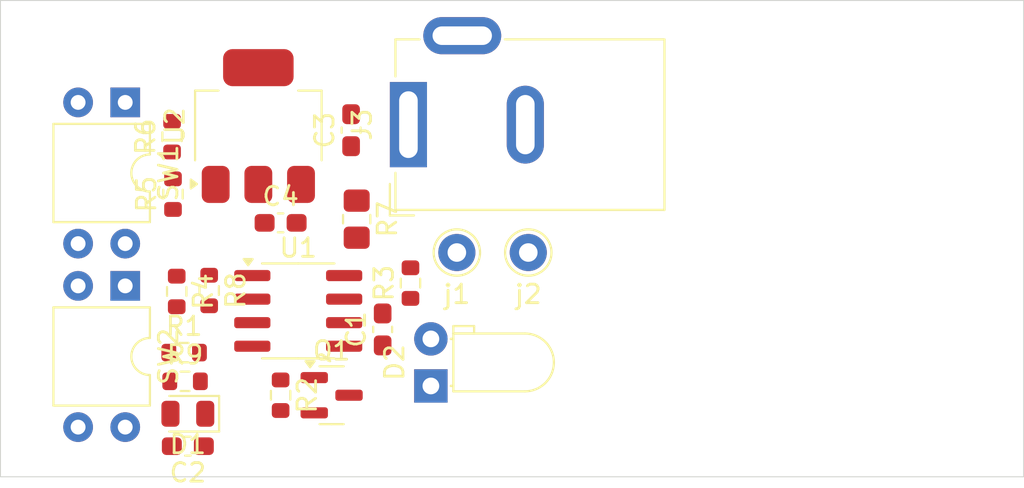
<source format=kicad_pcb>
(kicad_pcb (version 20240108) (generator "pcbnew") (generator_version "8.0")
  (layers (0 "F.Cu" signal) (31 "B.Cu" signal) (34 "B.Paste" user) (35 "F.Paste" user) (36 "B.SilkS" user "B.Silkscreen") (37 "F.SilkS" user "F.Silkscreen") (38 "B.Mask" user) (39 "F.Mask" user) (44 "Edge.Cuts" user))
  (net 0 "")
  (net 1 "Net-(U1-CV)")
  (net 2 "GND")
  (net 3 "Net-(D1-A)")
  (net 4 "Net-(D2-A)")
  (net 5 "Net-(D2-K)")
  (net 6 "VCC")
  (net 7 "/Uin")
  (net 8 "/Q555")
  (net 9 "Net-(R1-Pad1)")
  (net 10 "Net-(R4-Pad1)")
  (net 11 "Net-(U2-GND{slash}ADJ)")
  (net 12 "Net-(R8-Pad1)")
  (net 13 "Net-(R9-Pad1)")
  (net 14 "Net-(J3-Pad2)")
  (footprint "Connector_BarrelJack:BarrelJack_GCT_DCJ200-10-A_Horizontal" (layer "F.Cu") (at 167.64 34.65 90)
    (property "Reference" "J3" (at 0 -2.5 90) (layer "F.SilkS"))
    (property "Value" "Barrel_Jack_Switch_Pin3Ring" (hide yes))
    (fp_line (start -3.2 -1) (end -4.9 -1) (stroke (width 0.12)) (layer "F.SilkS"))
    (fp_line (start -4.9 -1) (end -4.9 0.3) (stroke (width 0.12)) (layer "F.SilkS"))
    (fp_line (start 4.6 -0.7) (end 4.6 0.6) (stroke (width 0.12)) (layer "F.SilkS"))
    (fp_line (start 2.6 -0.7) (end 4.6 -0.7) (stroke (width 0.12)) (layer "F.SilkS"))
    (fp_line (start -4.6 -0.7) (end -2.6 -0.7) (stroke (width 0.12)) (layer "F.SilkS"))
    (fp_line (start 4.6 5.2) (end 4.6 13.8) (stroke (width 0.12)) (layer "F.SilkS"))
    (fp_line (start 4.6 13.8) (end -4.6 13.8) (stroke (width 0.12)) (layer "F.SilkS"))
    (fp_line (start -4.6 13.8) (end -4.6 -0.7) (stroke (width 0.12)) (layer "F.SilkS"))
    (pad "1" thru_hole rect (at 0 0 90) (size 4.6 2) (drill oval 3.6 1) (layers "*.Cu" "*.Mask") (net 7 "/Uin"))
    (pad "2" thru_hole oval (at 0 6.3 90) (size 4.2 2) (drill oval 3.2 1) (layers "*.Cu" "*.Mask") (net 14 "Net-(J3-Pad2)"))
    (pad "3" thru_hole oval (at 4.8 2.9 90) (size 2 4.2) (drill oval 1 3.2) (layers "*.Cu" "*.Mask") (net 2 "GND"))
  )
  (footprint "Package_DIP:DIP-4_W7.62mm" (layer "F.Cu") (at 152.375 33.45 -90)
    (property "Reference" "SW1" (at 3.81 -2.33 90) (layer "F.SilkS"))
    (property "Value" "SW_DIP_x02")
    (fp_line (start 1.16 3.87) (end 6.46 3.87) (stroke (width 0.12)) (layer "F.SilkS"))
    (fp_line (start 6.46 3.87) (end 6.46 -1.33) (stroke (width 0.12)) (layer "F.SilkS"))
    (fp_line (start 1.16 -1.33) (end 1.16 3.87) (stroke (width 0.12)) (layer "F.SilkS"))
    (fp_line (start 2.81 -1.33) (end 1.16 -1.33) (stroke (width 0.12)) (layer "F.SilkS"))
    (fp_line (start 6.46 -1.33) (end 4.81 -1.33) (stroke (width 0.12)) (layer "F.SilkS"))
    (fp_arc (start 4.81 -1.33) (mid 3.81 -0.33) (end 2.81 -1.33) (stroke (width 0.12)) (layer "F.SilkS"))
    (pad "1" thru_hole rect (at 0 0 270) (size 1.6 1.6) (drill 0.8) (layers "*.Cu" "*.Mask") (net 6 "VCC"))
    (pad "2" thru_hole oval (at 0 2.54 270) (size 1.6 1.6) (drill 0.8) (layers "*.Cu" "*.Mask") (net 6 "VCC"))
    (pad "3" thru_hole oval (at 7.62 2.54 270) (size 1.6 1.6) (drill 0.8) (layers "*.Cu" "*.Mask") (net 10 "Net-(R4-Pad1)"))
    (pad "4" thru_hole oval (at 7.62 0 270) (size 1.6 1.6) (drill 0.8) (layers "*.Cu" "*.Mask") (net 12 "Net-(R8-Pad1)"))
  )
  (footprint "Resistor_SMD:R_0603_1608Metric" (layer "F.Cu") (at 155.15 43.65 -90)
    (property "Reference" "R4" (at 0 -1.43 90) (layer "F.SilkS"))
    (property "Value" "100k")
    (fp_line (start -0.237258 0.5225) (end 0.237258 0.5225) (stroke (width 0.12)) (layer "F.SilkS"))
    (fp_line (start -0.237258 -0.5225) (end 0.237258 -0.5225) (stroke (width 0.12)) (layer "F.SilkS"))
    (pad "1" smd roundrect (at -0.825 0 270) (size 0.8 0.95) (layers "F.Cu" "F.Paste" "F.Mask") (net 10 "Net-(R4-Pad1)"))
    (pad "2" smd roundrect (at 0.825 0 270) (size 0.8 0.95) (layers "F.Cu" "F.Paste" "F.Mask") (net 3 "Net-(D1-A)"))
  )
  (footprint "Capacitor_SMD:C_0603_1608Metric_Pad1.08x0.95mm_HandSolder" (layer "F.Cu") (at 160.75 39.95)
    (property "Reference" "C4" (at 0 -1.43 0) (layer "F.SilkS"))
    (property "Value" "100u")
    (fp_line (start -0.146267 -0.51) (end 0.146267 -0.51) (stroke (width 0.12)) (layer "F.SilkS"))
    (fp_line (start -0.146267 0.51) (end 0.146267 0.51) (stroke (width 0.12)) (layer "F.SilkS"))
    (pad "1" smd roundrect (at -0.8625 0) (size 1.075 0.95) (layers "F.Cu" "F.Paste" "F.Mask") (net 6 "VCC"))
    (pad "2" smd roundrect (at 0.8625 0) (size 1.075 0.95) (layers "F.Cu" "F.Paste" "F.Mask") (net 2 "GND"))
  )
  (footprint "Resistor_SMD:R_0603_1608Metric" (layer "F.Cu") (at 167.75 43.2 90)
    (property "Reference" "R3" (at 0 -1.43 90) (layer "F.SilkS"))
    (property "Value" "R")
    (fp_line (start -0.237258 -0.5225) (end 0.237258 -0.5225) (stroke (width 0.12)) (layer "F.SilkS"))
    (fp_line (start -0.237258 0.5225) (end 0.237258 0.5225) (stroke (width 0.12)) (layer "F.SilkS"))
    (pad "1" smd roundrect (at -0.825 0 90) (size 0.8 0.95) (layers "F.Cu" "F.Paste" "F.Mask") (net 4 "Net-(D2-A)"))
    (pad "2" smd roundrect (at 0.825 0 90) (size 0.8 0.95) (layers "F.Cu" "F.Paste" "F.Mask") (net 6 "VCC"))
  )
  (footprint "LED_THT:LED_D3.0mm_Horizontal_O1.27mm_Z10.0mm" (layer "F.Cu") (at 168.85 48.75 90)
    (property "Reference" "D2" (at 1.27 -1.96 90) (layer "F.SilkS"))
    (property "Value" "LED")
    (fp_line (start 2.54 1.08) (end 2.54 1.08) (stroke (width 0.12)) (layer "F.SilkS"))
    (fp_line (start 2.54 1.08) (end 2.54 1.21) (stroke (width 0.12)) (layer "F.SilkS"))
    (fp_line (start 0 1.08) (end 0 1.08) (stroke (width 0.12)) (layer "F.SilkS"))
    (fp_line (start 0 1.08) (end 0 1.21) (stroke (width 0.12)) (layer "F.SilkS"))
    (fp_line (start 3.23 1.21) (end 3.23 2.33) (stroke (width 0.12)) (layer "F.SilkS"))
    (fp_line (start 2.83 1.21) (end 3.23 1.21) (stroke (width 0.12)) (layer "F.SilkS"))
    (fp_line (start 2.83 1.21) (end 2.83 5.07) (stroke (width 0.12)) (layer "F.SilkS"))
    (fp_line (start 2.54 1.21) (end 2.54 1.08) (stroke (width 0.12)) (layer "F.SilkS"))
    (fp_line (start 2.54 1.21) (end 2.54 1.21) (stroke (width 0.12)) (layer "F.SilkS"))
    (fp_line (start 0 1.21) (end 0 1.08) (stroke (width 0.12)) (layer "F.SilkS"))
    (fp_line (start 0 1.21) (end 0 1.21) (stroke (width 0.12)) (layer "F.SilkS"))
    (fp_line (start -0.29 1.21) (end 2.83 1.21) (stroke (width 0.12)) (layer "F.SilkS"))
    (fp_line (start -0.29 1.21) (end -0.29 5.07) (stroke (width 0.12)) (layer "F.SilkS"))
    (fp_line (start 3.23 2.33) (end 2.83 2.33) (stroke (width 0.12)) (layer "F.SilkS"))
    (fp_line (start 2.83 2.33) (end 2.83 1.21) (stroke (width 0.12)) (layer "F.SilkS"))
    (fp_arc (start 2.83 5.07) (mid 1.27 6.63) (end -0.29 5.07) (stroke (width 0.12)) (layer "F.SilkS"))
    (pad "1" thru_hole rect (at 0 0 90) (size 1.8 1.8) (drill 0.9) (layers "*.Cu" "*.Mask") (net 5 "Net-(D2-K)"))
    (pad "2" thru_hole circle (at 2.54 0 90) (size 1.8 1.8) (drill 0.9) (layers "*.Cu" "*.Mask") (net 4 "Net-(D2-A)"))
  )
  (footprint "Resistor_SMD:R_0603_1608Metric" (layer "F.Cu") (at 155.6 48.5)
    (property "Reference" "R9" (at 0 -1.43 0) (layer "F.SilkS"))
    (property "Value" "100k")
    (fp_line (start -0.237258 -0.5225) (end 0.237258 -0.5225) (stroke (width 0.12)) (layer "F.SilkS"))
    (fp_line (start -0.237258 0.5225) (end 0.237258 0.5225) (stroke (width 0.12)) (layer "F.SilkS"))
    (pad "1" smd roundrect (at -0.825 0) (size 0.8 0.95) (layers "F.Cu" "F.Paste" "F.Mask") (net 13 "Net-(R9-Pad1)"))
    (pad "2" smd roundrect (at 0.825 0) (size 0.8 0.95) (layers "F.Cu" "F.Paste" "F.Mask") (net 6 "VCC"))
  )
  (footprint "Capacitor_SMD:C_0603_1608Metric_Pad1.08x0.95mm_HandSolder" (layer "F.Cu") (at 166.25 45.7 90)
    (property "Reference" "C1" (at 0 -1.43 90) (layer "F.SilkS"))
    (property "Value" "C")
    (fp_line (start -0.146267 -0.51) (end 0.146267 -0.51) (stroke (width 0.12)) (layer "F.SilkS"))
    (fp_line (start -0.146267 0.51) (end 0.146267 0.51) (stroke (width 0.12)) (layer "F.SilkS"))
    (pad "1" smd roundrect (at -0.8625 0 90) (size 1.075 0.95) (layers "F.Cu" "F.Paste" "F.Mask") (net 1 "Net-(U1-CV)"))
    (pad "2" smd roundrect (at 0.8625 0 90) (size 1.075 0.95) (layers "F.Cu" "F.Paste" "F.Mask") (net 2 "GND"))
  )
  (footprint "Capacitor_SMD:C_0603_1608Metric_Pad1.08x0.95mm_HandSolder" (layer "F.Cu") (at 155.75 52 180)
    (property "Reference" "C2" (at 0 -1.43 360) (layer "F.SilkS"))
    (property "Value" "C")
    (fp_line (start -0.146267 0.51) (end 0.146267 0.51) (stroke (width 0.12)) (layer "F.SilkS"))
    (fp_line (start -0.146267 -0.51) (end 0.146267 -0.51) (stroke (width 0.12)) (layer "F.SilkS"))
    (pad "1" smd roundrect (at -0.8625 0 180) (size 1.075 0.95) (layers "F.Cu" "F.Paste" "F.Mask") (net 6 "VCC"))
    (pad "2" smd roundrect (at 0.8625 0 180) (size 1.075 0.95) (layers "F.Cu" "F.Paste" "F.Mask") (net 2 "GND"))
  )
  (footprint "Package_TO_SOT_SMD:SOT-223-3_TabPin2" (layer "F.Cu") (at 159.55 34.725 90)
    (property "Reference" "U2" (at 0 -4.5 90) (layer "F.SilkS"))
    (property "Value" "LM1117MP-ADJ")
    (fp_line (start 1.91 -3.41) (end 1.91 -2.15) (stroke (width 0.12)) (layer "F.SilkS"))
    (fp_line (start -1.85 -3.41) (end 1.91 -3.41) (stroke (width 0.12)) (layer "F.SilkS"))
    (fp_line (start 1.91 3.41) (end 1.91 2.15) (stroke (width 0.12)) (layer "F.SilkS"))
    (fp_line (start -1.85 3.41) (end 1.91 3.41) (stroke (width 0.12)) (layer "F.SilkS"))
    (fp_poly (pts (xy -3.13 -3.31) (xy -3.37 -3.64) (xy -2.89 -3.64) (xy -3.13 -3.31)) (stroke (width 0.12)) (fill solid) (layer "F.SilkS"))
    (pad "1" smd roundrect (at -3.15 -2.3 90) (size 2 1.5) (layers "F.Cu" "F.Paste" "F.Mask") (net 11 "Net-(U2-GND{slash}ADJ)"))
    (pad "2" smd roundrect (at -3.15 0 90) (size 2 1.5) (layers "F.Cu" "F.Paste" "F.Mask") (net 6 "VCC"))
    (pad "2" smd roundrect (at 3.15 0 90) (size 2 3.8) (layers "F.Cu" "F.Paste" "F.Mask") (net 6 "VCC"))
    (pad "3" smd roundrect (at -3.15 2.3 90) (size 2 1.5) (layers "F.Cu" "F.Paste" "F.Mask") (net 7 "/Uin"))
  )
  (footprint "Resistor_SMD:R_0603_1608Metric" (layer "F.Cu") (at 154.9 35.3 90)
    (property "Reference" "R6" (at 0 -1.43 90) (layer "F.SilkS"))
    (property "Value" "2.75k")
    (fp_line (start -0.237258 -0.5225) (end 0.237258 -0.5225) (stroke (width 0.12)) (layer "F.SilkS"))
    (fp_line (start -0.237258 0.5225) (end 0.237258 0.5225) (stroke (width 0.12)) (layer "F.SilkS"))
    (pad "1" smd roundrect (at -0.825 0 90) (size 0.8 0.95) (layers "F.Cu" "F.Paste" "F.Mask") (net 11 "Net-(U2-GND{slash}ADJ)"))
    (pad "2" smd roundrect (at 0.825 0 90) (size 0.8 0.95) (layers "F.Cu" "F.Paste" "F.Mask") (net 2 "GND"))
  )
  (footprint "Connector_Pin:Pin_D1.0mm_L10.0mm" (layer "F.Cu") (at 170.25 41.55)
    (property "Reference" "j1" (at 0 2.25 0) (layer "F.SilkS"))
    (property "Value" "~")
    (fp_circle (center 0 0) (end 1.25 0.05) (stroke (width 0.12)) (fill none) (layer "F.SilkS"))
    (pad "1" thru_hole circle (at 0 0) (size 2 2) (drill 1) (layers "*.Cu" "*.Mask") (net 7 "/Uin"))
  )
  (footprint "Package_TO_SOT_SMD:SOT-23" (layer "F.Cu") (at 163.5 49.25)
    (property "Reference" "Q1" (at 0 -2.4 0) (layer "F.SilkS"))
    (property "Value" "2N7002K")
    (fp_line (start 0 -1.56) (end -0.65 -1.56) (stroke (width 0.12)) (layer "F.SilkS"))
    (fp_line (start 0 -1.56) (end 0.65 -1.56) (stroke (width 0.12)) (layer "F.SilkS"))
    (fp_line (start 0 1.56) (end -0.65 1.56) (stroke (width 0.12)) (layer "F.SilkS"))
    (fp_line (start 0 1.56) (end 0.65 1.56) (stroke (width 0.12)) (layer "F.SilkS"))
    (fp_poly (pts (xy -1.1625 -1.51) (xy -1.4025 -1.84) (xy -0.9225 -1.84) (xy -1.1625 -1.51)) (stroke (width 0.12)) (fill solid) (layer "F.SilkS"))
    (pad "1" smd roundrect (at -0.9375 -0.95) (size 1.475 0.6) (layers "F.Cu" "F.Paste" "F.Mask") (net 8 "/Q555"))
    (pad "2" smd roundrect (at -0.9375 0.95) (size 1.475 0.6) (layers "F.Cu" "F.Paste" "F.Mask") (net 2 "GND"))
    (pad "3" smd roundrect (at 0.9375 0) (size 1.475 0.6) (layers "F.Cu" "F.Paste" "F.Mask") (net 5 "Net-(D2-K)"))
  )
  (footprint "Resistor_SMD:R_0603_1608Metric" (layer "F.Cu") (at 154.95 38.4 90)
    (property "Reference" "R5" (at 0 -1.43 90) (layer "F.SilkS"))
    (property "Value" "1.25k")
    (fp_line (start -0.237258 -0.5225) (end 0.237258 -0.5225) (stroke (width 0.12)) (layer "F.SilkS"))
    (fp_line (start -0.237258 0.5225) (end 0.237258 0.5225) (stroke (width 0.12)) (layer "F.SilkS"))
    (pad "1" smd roundrect (at -0.825 0 90) (size 0.8 0.95) (layers "F.Cu" "F.Paste" "F.Mask") (net 6 "VCC"))
    (pad "2" smd roundrect (at 0.825 0 90) (size 0.8 0.95) (layers "F.Cu" "F.Paste" "F.Mask") (net 11 "Net-(U2-GND{slash}ADJ)"))
  )
  (footprint "Resistor_SMD:R_0805_2012Metric_Pad1.20x1.40mm_HandSolder" (layer "F.Cu") (at 164.85 39.75 -90)
    (property "Reference" "R7" (at 0 -1.65 90) (layer "F.SilkS"))
    (property "Value" "DNP")
    (fp_line (start -0.227064 0.735) (end 0.227064 0.735) (stroke (width 0.12)) (layer "F.SilkS"))
    (fp_line (start -0.227064 -0.735) (end 0.227064 -0.735) (stroke (width 0.12)) (layer "F.SilkS"))
    (pad "1" smd roundrect (at -1 0 270) (size 1.2 1.4) (layers "F.Cu" "F.Paste" "F.Mask") (roundrect_rratio 0.208333) (net 7 "/Uin"))
    (pad "2" smd roundrect (at 1 0 270) (size 1.2 1.4) (layers "F.Cu" "F.Paste" "F.Mask") (roundrect_rratio 0.208333) (net 6 "VCC"))
  )
  (footprint "Resistor_SMD:R_0603_1608Metric" (layer "F.Cu") (at 155.55 46.95)
    (property "Reference" "R1" (at 0 -1.43 0) (layer "F.SilkS"))
    (property "Value" "100k")
    (fp_line (start -0.237258 -0.5225) (end 0.237258 -0.5225) (stroke (width 0.12)) (layer "F.SilkS"))
    (fp_line (start -0.237258 0.5225) (end 0.237258 0.5225) (stroke (width 0.12)) (layer "F.SilkS"))
    (pad "1" smd roundrect (at -0.825 0) (size 0.8 0.95) (layers "F.Cu" "F.Paste" "F.Mask") (net 9 "Net-(R1-Pad1)"))
    (pad "2" smd roundrect (at 0.825 0) (size 0.8 0.95) (layers "F.Cu" "F.Paste" "F.Mask") (net 6 "VCC"))
  )
  (footprint "Diode_SMD:D_0805_2012Metric" (layer "F.Cu") (at 155.75 50.25 180)
    (property "Reference" "D1" (at 0 -1.65 360) (layer "F.SilkS"))
    (property "Value" "CD4148W")
    (fp_line (start 1 -0.96) (end -1.685 -0.96) (stroke (width 0.12)) (layer "F.SilkS"))
    (fp_line (start -1.685 0.96) (end 1 0.96) (stroke (width 0.12)) (layer "F.SilkS"))
    (fp_line (start -1.685 -0.96) (end -1.685 0.96) (stroke (width 0.12)) (layer "F.SilkS"))
    (pad "1" smd roundrect (at -0.9375 0 180) (size 0.975 1.4) (layers "F.Cu" "F.Paste" "F.Mask") (net 6 "VCC"))
    (pad "2" smd roundrect (at 0.9375 0 180) (size 0.975 1.4) (layers "F.Cu" "F.Paste" "F.Mask") (net 3 "Net-(D1-A)"))
  )
  (footprint "Package_DIP:DIP-4_W7.62mm" (layer "F.Cu") (at 152.375 43.35 -90)
    (property "Reference" "SW2" (at 3.81 -2.33 90) (layer "F.SilkS"))
    (property "Value" "SW_DIP_x02")
    (fp_line (start 1.16 3.87) (end 6.46 3.87) (stroke (width 0.12)) (layer "F.SilkS"))
    (fp_line (start 6.46 3.87) (end 6.46 -1.33) (stroke (width 0.12)) (layer "F.SilkS"))
    (fp_line (start 1.16 -1.33) (end 1.16 3.87) (stroke (width 0.12)) (layer "F.SilkS"))
    (fp_line (start 2.81 -1.33) (end 1.16 -1.33) (stroke (width 0.12)) (layer "F.SilkS"))
    (fp_line (start 6.46 -1.33) (end 4.81 -1.33) (stroke (width 0.12)) (layer "F.SilkS"))
    (fp_arc (start 4.81 -1.33) (mid 3.81 -0.33) (end 2.81 -1.33) (stroke (width 0.12)) (layer "F.SilkS"))
    (pad "1" thru_hole rect (at 0 0 270) (size 1.6 1.6) (drill 0.8) (layers "*.Cu" "*.Mask") (net 3 "Net-(D1-A)"))
    (pad "2" thru_hole oval (at 0 2.54 270) (size 1.6 1.6) (drill 0.8) (layers "*.Cu" "*.Mask") (net 3 "Net-(D1-A)"))
    (pad "3" thru_hole oval (at 7.62 2.54 270) (size 1.6 1.6) (drill 0.8) (layers "*.Cu" "*.Mask") (net 9 "Net-(R1-Pad1)"))
    (pad "4" thru_hole oval (at 7.62 0 270) (size 1.6 1.6) (drill 0.8) (layers "*.Cu" "*.Mask") (net 13 "Net-(R9-Pad1)"))
  )
  (footprint "Connector_Pin:Pin_D1.0mm_L10.0mm" (layer "F.Cu") (at 174.1 41.55)
    (property "Reference" "j2" (at 0 2.25 0) (layer "F.SilkS"))
    (property "Value" "~")
    (fp_circle (center 0 0) (end 1.25 0.05) (stroke (width 0.12)) (fill none) (layer "F.SilkS"))
    (pad "1" thru_hole circle (at 0 0) (size 2 2) (drill 1) (layers "*.Cu" "*.Mask") (net 14 "Net-(J3-Pad2)"))
  )
  (footprint "Capacitor_SMD:C_0603_1608Metric_Pad1.08x0.95mm_HandSolder" (layer "F.Cu") (at 164.55 34.95 90)
    (property "Reference" "C3" (at 0 -1.43 90) (layer "F.SilkS"))
    (property "Value" "10u")
    (fp_line (start -0.146267 -0.51) (end 0.146267 -0.51) (stroke (width 0.12)) (layer "F.SilkS"))
    (fp_line (start -0.146267 0.51) (end 0.146267 0.51) (stroke (width 0.12)) (layer "F.SilkS"))
    (pad "1" smd roundrect (at -0.8625 0 90) (size 1.075 0.95) (layers "F.Cu" "F.Paste" "F.Mask") (net 7 "/Uin"))
    (pad "2" smd roundrect (at 0.8625 0 90) (size 1.075 0.95) (layers "F.Cu" "F.Paste" "F.Mask") (net 2 "GND"))
  )
  (footprint "Resistor_SMD:R_0603_1608Metric" (layer "F.Cu") (at 160.75 49.25 -90)
    (property "Reference" "R2" (at 0 -1.43 90) (layer "F.SilkS"))
    (property "Value" "100k")
    (fp_line (start -0.237258 0.5225) (end 0.237258 0.5225) (stroke (width 0.12)) (layer "F.SilkS"))
    (fp_line (start -0.237258 -0.5225) (end 0.237258 -0.5225) (stroke (width 0.12)) (layer "F.SilkS"))
    (pad "1" smd roundrect (at -0.825 0 270) (size 0.8 0.95) (layers "F.Cu" "F.Paste" "F.Mask") (net 8 "/Q555"))
    (pad "2" smd roundrect (at 0.825 0 270) (size 0.8 0.95) (layers "F.Cu" "F.Paste" "F.Mask") (net 2 "GND"))
  )
  (footprint "Package_SO:SOIC-8_3.9x4.9mm_P1.27mm" (layer "F.Cu") (at 161.7 44.7)
    (property "Reference" "U1" (at 0 -3.4 0) (layer "F.SilkS"))
    (property "Value" "NE555D")
    (fp_line (start 0 -2.56) (end -1.95 -2.56) (stroke (width 0.12)) (layer "F.SilkS"))
    (fp_line (start 0 -2.56) (end 1.95 -2.56) (stroke (width 0.12)) (layer "F.SilkS"))
    (fp_line (start 0 2.56) (end -1.95 2.56) (stroke (width 0.12)) (layer "F.SilkS"))
    (fp_line (start 0 2.56) (end 1.95 2.56) (stroke (width 0.12)) (layer "F.SilkS"))
    (fp_poly (pts (xy -2.7 -2.465) (xy -2.94 -2.795) (xy -2.46 -2.795) (xy -2.7 -2.465)) (stroke (width 0.12)) (fill solid) (layer "F.SilkS"))
    (pad "1" smd roundrect (at -2.475 -1.905) (size 1.95 0.6) (layers "F.Cu" "F.Paste" "F.Mask") (net 2 "GND"))
    (pad "2" smd roundrect (at -2.475 -0.635) (size 1.95 0.6) (layers "F.Cu" "F.Paste" "F.Mask") (net 6 "VCC"))
    (pad "3" smd roundrect (at -2.475 0.635) (size 1.95 0.6) (layers "F.Cu" "F.Paste" "F.Mask") (net 8 "/Q555"))
    (pad "4" smd roundrect (at -2.475 1.905) (size 1.95 0.6) (layers "F.Cu" "F.Paste" "F.Mask") (net 6 "VCC"))
    (pad "5" smd roundrect (at 2.475 1.905) (size 1.95 0.6) (layers "F.Cu" "F.Paste" "F.Mask") (net 1 "Net-(U1-CV)"))
    (pad "6" smd roundrect (at 2.475 0.635) (size 1.95 0.6) (layers "F.Cu" "F.Paste" "F.Mask") (net 6 "VCC"))
    (pad "7" smd roundrect (at 2.475 -0.635) (size 1.95 0.6) (layers "F.Cu" "F.Paste" "F.Mask") (net 3 "Net-(D1-A)"))
    (pad "8" smd roundrect (at 2.475 -1.905) (size 1.95 0.6) (layers "F.Cu" "F.Paste" "F.Mask") (net 6 "VCC"))
  )
  (footprint "Resistor_SMD:R_0603_1608Metric" (layer "F.Cu") (at 156.9 43.6 -90)
    (property "Reference" "R8" (at 0 -1.43 90) (layer "F.SilkS"))
    (property "Value" "100k")
    (fp_line (start -0.237258 0.5225) (end 0.237258 0.5225) (stroke (width 0.12)) (layer "F.SilkS"))
    (fp_line (start -0.237258 -0.5225) (end 0.237258 -0.5225) (stroke (width 0.12)) (layer "F.SilkS"))
    (pad "1" smd roundrect (at -0.825 0 270) (size 0.8 0.95) (layers "F.Cu" "F.Paste" "F.Mask") (net 12 "Net-(R8-Pad1)"))
    (pad "2" smd roundrect (at 0.825 0 270) (size 0.8 0.95) (layers "F.Cu" "F.Paste" "F.Mask") (net 3 "Net-(D1-A)"))
  )
  (gr_rect (start 145.65 27.95) (end 200.8 53.65) (stroke (width 0.05)) (fill none) (layer "Edge.Cuts"))
)
</source>
